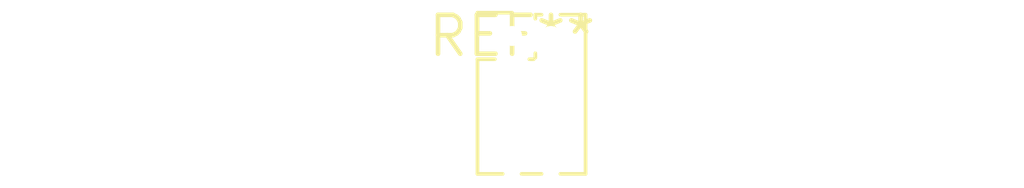
<source format=kicad_pcb>
(kicad_pcb (version 20240108) (generator pcbnew)
  (layers (0 "F.Cu" signal) (31 "B.Cu" signal) (34 "B.Paste" user) (35 "F.Paste" user) (36 "B.SilkS" user "B.Silkscreen") (37 "F.SilkS" user "F.Silkscreen") (38 "B.Mask" user) (39 "F.Mask" user) (44 "Edge.Cuts" user))
  (net 0 "")
  (footprint "PinHeader_2x04_P1.27mm_Vertical" (layer "F.Cu") (at 0 0)
    (property "Reference" "REF**")
    (property "Value" "PinHeader_2x04_P1.27mm_Vertical")
    (fp_line (start -1.13 -0.76) (end 0 -0.76) (layer "F.SilkS") (stroke (width 0.12)))
    (fp_line (start -1.13 0) (end -1.13 -0.76) (layer "F.SilkS") (stroke (width 0.12)))
    (fp_line (start -1.13 0.76) (end -1.13 4.505) (layer "F.SilkS") (stroke (width 0.12)))
    (fp_line (start -1.13 0.76) (end -0.563471 0.76) (layer "F.SilkS") (stroke (width 0.12)))
    (fp_line (start -1.13 4.505) (end -0.30753 4.505) (layer "F.SilkS") (stroke (width 0.12)))
    (fp_line (start 0.30753 4.505) (end 0.96247 4.505) (layer "F.SilkS") (stroke (width 0.12)))
    (fp_line (start 0.563471 0.76) (end 0.706529 0.76) (layer "F.SilkS") (stroke (width 0.12)))
    (fp_line (start 0.76 -0.695) (end 0.96247 -0.695) (layer "F.SilkS") (stroke (width 0.12)))
    (fp_line (start 0.76 -0.563471) (end 0.76 -0.695) (layer "F.SilkS") (stroke (width 0.12)))
    (fp_line (start 0.76 0.706529) (end 0.76 0.563471) (layer "F.SilkS") (stroke (width 0.12)))
    (fp_line (start 1.57753 -0.695) (end 2.4 -0.695) (layer "F.SilkS") (stroke (width 0.12)))
    (fp_line (start 1.57753 4.505) (end 2.4 4.505) (layer "F.SilkS") (stroke (width 0.12)))
    (fp_line (start 2.4 -0.695) (end 2.4 4.505) (layer "F.SilkS") (stroke (width 0.12)))
    (pad "1" thru_hole rect (at 0 0) (size 1 1) (drill 0.65) (layers *.Cu *.Mask) (remove_unused_layers))
    (pad "2" thru_hole oval (at 1.27 0) (size 1 1) (drill 0.65) (layers *.Cu *.Mask) (remove_unused_layers))
    (pad "3" thru_hole oval (at 0 1.27) (size 1 1) (drill 0.65) (layers *.Cu *.Mask) (remove_unused_layers))
    (pad "4" thru_hole oval (at 1.27 1.27) (size 1 1) (drill 0.65) (layers *.Cu *.Mask) (remove_unused_layers))
    (pad "5" thru_hole oval (at 0 2.54) (size 1 1) (drill 0.65) (layers *.Cu *.Mask) (remove_unused_layers))
    (pad "6" thru_hole oval (at 1.27 2.54) (size 1 1) (drill 0.65) (layers *.Cu *.Mask) (remove_unused_layers))
    (pad "7" thru_hole oval (at 0 3.81) (size 1 1) (drill 0.65) (layers *.Cu *.Mask) (remove_unused_layers))
    (pad "8" thru_hole oval (at 1.27 3.81) (size 1 1) (drill 0.65) (layers *.Cu *.Mask) (remove_unused_layers))
  )
)
</source>
